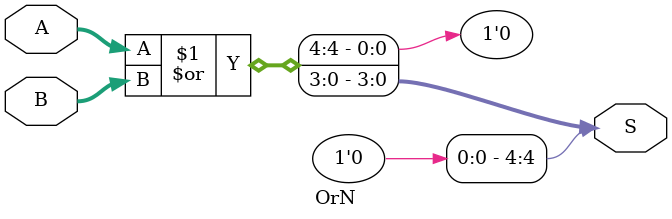
<source format=sv>
module OrN #(parameter N = 4)(input [N-1:0] A, input [N-1:0] B, output [N:0] S);
	assign S[N] = 1'b0;
	assign S = A | B;
endmodule 
</source>
